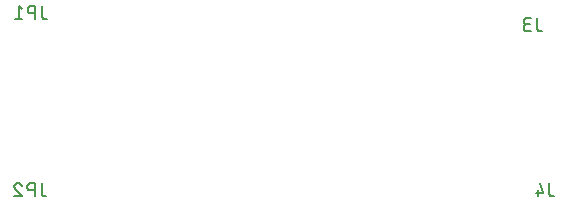
<source format=gbr>
G04 EAGLE Gerber RS-274X export*
G75*
%MOMM*%
%FSLAX34Y34*%
%LPD*%
%INSilkscreen Bottom*%
%IPPOS*%
%AMOC8*
5,1,8,0,0,1.08239X$1,22.5*%
G01*
%ADD10C,0.127000*%


D10*
X500363Y176973D02*
X500363Y168083D01*
X500365Y167983D01*
X500371Y167884D01*
X500381Y167784D01*
X500394Y167686D01*
X500412Y167587D01*
X500433Y167490D01*
X500458Y167394D01*
X500487Y167298D01*
X500520Y167204D01*
X500556Y167111D01*
X500596Y167020D01*
X500640Y166930D01*
X500687Y166842D01*
X500737Y166756D01*
X500791Y166672D01*
X500848Y166590D01*
X500908Y166511D01*
X500972Y166433D01*
X501038Y166359D01*
X501107Y166287D01*
X501179Y166218D01*
X501253Y166152D01*
X501331Y166088D01*
X501410Y166028D01*
X501492Y165971D01*
X501576Y165917D01*
X501662Y165867D01*
X501750Y165820D01*
X501840Y165776D01*
X501931Y165736D01*
X502024Y165700D01*
X502118Y165667D01*
X502214Y165638D01*
X502310Y165613D01*
X502407Y165592D01*
X502506Y165574D01*
X502604Y165561D01*
X502704Y165551D01*
X502803Y165545D01*
X502903Y165543D01*
X504173Y165543D01*
X494954Y165543D02*
X491779Y165543D01*
X491668Y165545D01*
X491558Y165551D01*
X491447Y165560D01*
X491337Y165574D01*
X491228Y165591D01*
X491119Y165612D01*
X491011Y165637D01*
X490904Y165666D01*
X490798Y165698D01*
X490693Y165734D01*
X490590Y165774D01*
X490488Y165817D01*
X490387Y165864D01*
X490288Y165915D01*
X490192Y165968D01*
X490097Y166025D01*
X490004Y166086D01*
X489913Y166149D01*
X489824Y166216D01*
X489738Y166286D01*
X489655Y166359D01*
X489573Y166434D01*
X489495Y166512D01*
X489420Y166594D01*
X489347Y166677D01*
X489277Y166763D01*
X489210Y166852D01*
X489147Y166943D01*
X489086Y167036D01*
X489029Y167131D01*
X488976Y167227D01*
X488925Y167326D01*
X488878Y167427D01*
X488835Y167529D01*
X488795Y167632D01*
X488759Y167737D01*
X488727Y167843D01*
X488698Y167950D01*
X488673Y168058D01*
X488652Y168167D01*
X488635Y168276D01*
X488621Y168386D01*
X488612Y168497D01*
X488606Y168607D01*
X488604Y168718D01*
X488606Y168829D01*
X488612Y168939D01*
X488621Y169050D01*
X488635Y169160D01*
X488652Y169269D01*
X488673Y169378D01*
X488698Y169486D01*
X488727Y169593D01*
X488759Y169699D01*
X488795Y169804D01*
X488835Y169907D01*
X488878Y170009D01*
X488925Y170110D01*
X488976Y170209D01*
X489029Y170306D01*
X489086Y170400D01*
X489147Y170493D01*
X489210Y170584D01*
X489277Y170673D01*
X489347Y170759D01*
X489420Y170842D01*
X489495Y170924D01*
X489573Y171002D01*
X489655Y171077D01*
X489738Y171150D01*
X489824Y171220D01*
X489913Y171287D01*
X490004Y171350D01*
X490097Y171411D01*
X490192Y171468D01*
X490288Y171521D01*
X490387Y171572D01*
X490488Y171619D01*
X490590Y171662D01*
X490693Y171702D01*
X490798Y171738D01*
X490904Y171770D01*
X491011Y171799D01*
X491119Y171824D01*
X491228Y171845D01*
X491337Y171862D01*
X491447Y171876D01*
X491558Y171885D01*
X491668Y171891D01*
X491779Y171893D01*
X491144Y176973D02*
X494954Y176973D01*
X491144Y176973D02*
X491044Y176971D01*
X490945Y176965D01*
X490845Y176955D01*
X490747Y176942D01*
X490648Y176924D01*
X490551Y176903D01*
X490455Y176878D01*
X490359Y176849D01*
X490265Y176816D01*
X490172Y176780D01*
X490081Y176740D01*
X489991Y176696D01*
X489903Y176649D01*
X489817Y176599D01*
X489733Y176545D01*
X489651Y176488D01*
X489572Y176428D01*
X489494Y176364D01*
X489420Y176298D01*
X489348Y176229D01*
X489279Y176157D01*
X489213Y176083D01*
X489149Y176005D01*
X489089Y175926D01*
X489032Y175844D01*
X488978Y175760D01*
X488928Y175674D01*
X488881Y175586D01*
X488837Y175496D01*
X488797Y175405D01*
X488761Y175312D01*
X488728Y175218D01*
X488699Y175122D01*
X488674Y175026D01*
X488653Y174929D01*
X488635Y174830D01*
X488622Y174732D01*
X488612Y174632D01*
X488606Y174533D01*
X488604Y174433D01*
X488606Y174333D01*
X488612Y174234D01*
X488622Y174134D01*
X488635Y174036D01*
X488653Y173937D01*
X488674Y173840D01*
X488699Y173744D01*
X488728Y173648D01*
X488761Y173554D01*
X488797Y173461D01*
X488837Y173370D01*
X488881Y173280D01*
X488928Y173192D01*
X488978Y173106D01*
X489032Y173022D01*
X489089Y172940D01*
X489149Y172861D01*
X489213Y172783D01*
X489279Y172709D01*
X489348Y172637D01*
X489420Y172568D01*
X489494Y172502D01*
X489572Y172438D01*
X489651Y172378D01*
X489733Y172321D01*
X489817Y172267D01*
X489903Y172217D01*
X489991Y172170D01*
X490081Y172126D01*
X490172Y172086D01*
X490265Y172050D01*
X490359Y172017D01*
X490455Y171988D01*
X490551Y171963D01*
X490648Y171942D01*
X490747Y171924D01*
X490845Y171911D01*
X490945Y171901D01*
X491044Y171895D01*
X491144Y171893D01*
X493684Y171893D01*
X510473Y37203D02*
X510473Y28313D01*
X510475Y28213D01*
X510481Y28114D01*
X510491Y28014D01*
X510504Y27916D01*
X510522Y27817D01*
X510543Y27720D01*
X510568Y27624D01*
X510597Y27528D01*
X510630Y27434D01*
X510666Y27341D01*
X510706Y27250D01*
X510750Y27160D01*
X510797Y27072D01*
X510847Y26986D01*
X510901Y26902D01*
X510958Y26820D01*
X511018Y26741D01*
X511082Y26663D01*
X511148Y26589D01*
X511217Y26517D01*
X511289Y26448D01*
X511363Y26382D01*
X511441Y26318D01*
X511520Y26258D01*
X511602Y26201D01*
X511686Y26147D01*
X511772Y26097D01*
X511860Y26050D01*
X511950Y26006D01*
X512041Y25966D01*
X512134Y25930D01*
X512228Y25897D01*
X512324Y25868D01*
X512420Y25843D01*
X512517Y25822D01*
X512616Y25804D01*
X512714Y25791D01*
X512814Y25781D01*
X512913Y25775D01*
X513013Y25773D01*
X514283Y25773D01*
X505064Y28313D02*
X502524Y37203D01*
X505064Y28313D02*
X498714Y28313D01*
X500619Y30853D02*
X500619Y25773D01*
X81143Y178243D02*
X81143Y187133D01*
X81143Y178243D02*
X81145Y178143D01*
X81151Y178044D01*
X81161Y177944D01*
X81174Y177846D01*
X81192Y177747D01*
X81213Y177650D01*
X81238Y177554D01*
X81267Y177458D01*
X81300Y177364D01*
X81336Y177271D01*
X81376Y177180D01*
X81420Y177090D01*
X81467Y177002D01*
X81517Y176916D01*
X81571Y176832D01*
X81628Y176750D01*
X81688Y176671D01*
X81752Y176593D01*
X81818Y176519D01*
X81887Y176447D01*
X81959Y176378D01*
X82033Y176312D01*
X82111Y176248D01*
X82190Y176188D01*
X82272Y176131D01*
X82356Y176077D01*
X82442Y176027D01*
X82530Y175980D01*
X82620Y175936D01*
X82711Y175896D01*
X82804Y175860D01*
X82898Y175827D01*
X82994Y175798D01*
X83090Y175773D01*
X83187Y175752D01*
X83286Y175734D01*
X83384Y175721D01*
X83484Y175711D01*
X83583Y175705D01*
X83683Y175703D01*
X84953Y175703D01*
X75163Y175703D02*
X75163Y187133D01*
X71988Y187133D01*
X71877Y187131D01*
X71767Y187125D01*
X71656Y187116D01*
X71546Y187102D01*
X71437Y187085D01*
X71328Y187064D01*
X71220Y187039D01*
X71113Y187010D01*
X71007Y186978D01*
X70902Y186942D01*
X70799Y186902D01*
X70697Y186859D01*
X70596Y186812D01*
X70497Y186761D01*
X70401Y186708D01*
X70306Y186651D01*
X70213Y186590D01*
X70122Y186527D01*
X70033Y186460D01*
X69947Y186390D01*
X69864Y186317D01*
X69782Y186242D01*
X69704Y186164D01*
X69629Y186082D01*
X69556Y185999D01*
X69486Y185913D01*
X69419Y185824D01*
X69356Y185733D01*
X69295Y185640D01*
X69238Y185546D01*
X69185Y185449D01*
X69134Y185350D01*
X69087Y185249D01*
X69044Y185147D01*
X69004Y185044D01*
X68968Y184939D01*
X68936Y184833D01*
X68907Y184726D01*
X68882Y184618D01*
X68861Y184509D01*
X68844Y184400D01*
X68830Y184290D01*
X68821Y184179D01*
X68815Y184069D01*
X68813Y183958D01*
X68815Y183847D01*
X68821Y183737D01*
X68830Y183626D01*
X68844Y183516D01*
X68861Y183407D01*
X68882Y183298D01*
X68907Y183190D01*
X68936Y183083D01*
X68968Y182977D01*
X69004Y182872D01*
X69044Y182769D01*
X69087Y182667D01*
X69134Y182566D01*
X69185Y182467D01*
X69238Y182371D01*
X69295Y182276D01*
X69356Y182183D01*
X69419Y182092D01*
X69486Y182003D01*
X69556Y181917D01*
X69629Y181834D01*
X69704Y181752D01*
X69782Y181674D01*
X69864Y181599D01*
X69947Y181526D01*
X70033Y181456D01*
X70122Y181389D01*
X70213Y181326D01*
X70306Y181265D01*
X70401Y181208D01*
X70497Y181155D01*
X70596Y181104D01*
X70697Y181057D01*
X70799Y181014D01*
X70902Y180974D01*
X71007Y180938D01*
X71113Y180906D01*
X71220Y180877D01*
X71328Y180852D01*
X71437Y180831D01*
X71546Y180814D01*
X71656Y180800D01*
X71767Y180791D01*
X71877Y180785D01*
X71988Y180783D01*
X75163Y180783D01*
X64304Y184593D02*
X61129Y187133D01*
X61129Y175703D01*
X64304Y175703D02*
X57954Y175703D01*
X80603Y37183D02*
X80603Y28293D01*
X80605Y28193D01*
X80611Y28094D01*
X80621Y27994D01*
X80634Y27896D01*
X80652Y27797D01*
X80673Y27700D01*
X80698Y27604D01*
X80727Y27508D01*
X80760Y27414D01*
X80796Y27321D01*
X80836Y27230D01*
X80880Y27140D01*
X80927Y27052D01*
X80977Y26966D01*
X81031Y26882D01*
X81088Y26800D01*
X81148Y26721D01*
X81212Y26643D01*
X81278Y26569D01*
X81347Y26497D01*
X81419Y26428D01*
X81493Y26362D01*
X81571Y26298D01*
X81650Y26238D01*
X81732Y26181D01*
X81816Y26127D01*
X81902Y26077D01*
X81990Y26030D01*
X82080Y25986D01*
X82171Y25946D01*
X82264Y25910D01*
X82358Y25877D01*
X82454Y25848D01*
X82550Y25823D01*
X82647Y25802D01*
X82746Y25784D01*
X82844Y25771D01*
X82944Y25761D01*
X83043Y25755D01*
X83143Y25753D01*
X84413Y25753D01*
X74623Y25753D02*
X74623Y37183D01*
X71448Y37183D01*
X71337Y37181D01*
X71227Y37175D01*
X71116Y37166D01*
X71006Y37152D01*
X70897Y37135D01*
X70788Y37114D01*
X70680Y37089D01*
X70573Y37060D01*
X70467Y37028D01*
X70362Y36992D01*
X70259Y36952D01*
X70157Y36909D01*
X70056Y36862D01*
X69957Y36811D01*
X69861Y36758D01*
X69766Y36701D01*
X69673Y36640D01*
X69582Y36577D01*
X69493Y36510D01*
X69407Y36440D01*
X69324Y36367D01*
X69242Y36292D01*
X69164Y36214D01*
X69089Y36132D01*
X69016Y36049D01*
X68946Y35963D01*
X68879Y35874D01*
X68816Y35783D01*
X68755Y35690D01*
X68698Y35595D01*
X68645Y35499D01*
X68594Y35400D01*
X68547Y35299D01*
X68504Y35197D01*
X68464Y35094D01*
X68428Y34989D01*
X68396Y34883D01*
X68367Y34776D01*
X68342Y34668D01*
X68321Y34559D01*
X68304Y34450D01*
X68290Y34340D01*
X68281Y34229D01*
X68275Y34119D01*
X68273Y34008D01*
X68275Y33897D01*
X68281Y33787D01*
X68290Y33676D01*
X68304Y33566D01*
X68321Y33457D01*
X68342Y33348D01*
X68367Y33240D01*
X68396Y33133D01*
X68428Y33027D01*
X68464Y32922D01*
X68504Y32819D01*
X68547Y32717D01*
X68594Y32616D01*
X68645Y32517D01*
X68698Y32420D01*
X68755Y32326D01*
X68816Y32233D01*
X68879Y32142D01*
X68946Y32053D01*
X69016Y31967D01*
X69089Y31884D01*
X69164Y31802D01*
X69242Y31724D01*
X69324Y31649D01*
X69407Y31576D01*
X69493Y31506D01*
X69582Y31439D01*
X69673Y31376D01*
X69766Y31315D01*
X69861Y31258D01*
X69957Y31205D01*
X70056Y31154D01*
X70157Y31107D01*
X70259Y31064D01*
X70362Y31024D01*
X70467Y30988D01*
X70573Y30956D01*
X70680Y30927D01*
X70788Y30902D01*
X70897Y30881D01*
X71006Y30864D01*
X71116Y30850D01*
X71227Y30841D01*
X71337Y30835D01*
X71448Y30833D01*
X74623Y30833D01*
X60272Y37184D02*
X60168Y37182D01*
X60063Y37176D01*
X59959Y37167D01*
X59856Y37154D01*
X59753Y37136D01*
X59651Y37116D01*
X59549Y37091D01*
X59449Y37063D01*
X59349Y37031D01*
X59251Y36995D01*
X59154Y36956D01*
X59059Y36914D01*
X58965Y36868D01*
X58873Y36818D01*
X58783Y36766D01*
X58695Y36710D01*
X58609Y36650D01*
X58525Y36588D01*
X58444Y36523D01*
X58365Y36455D01*
X58288Y36383D01*
X58215Y36310D01*
X58143Y36233D01*
X58075Y36154D01*
X58010Y36073D01*
X57948Y35989D01*
X57888Y35903D01*
X57832Y35815D01*
X57780Y35725D01*
X57730Y35633D01*
X57684Y35539D01*
X57642Y35444D01*
X57603Y35347D01*
X57567Y35249D01*
X57535Y35149D01*
X57507Y35049D01*
X57482Y34947D01*
X57462Y34845D01*
X57444Y34742D01*
X57431Y34639D01*
X57422Y34535D01*
X57416Y34430D01*
X57414Y34326D01*
X60272Y37183D02*
X60390Y37181D01*
X60509Y37175D01*
X60627Y37166D01*
X60744Y37153D01*
X60861Y37135D01*
X60978Y37115D01*
X61094Y37090D01*
X61209Y37062D01*
X61322Y37029D01*
X61435Y36994D01*
X61547Y36954D01*
X61657Y36912D01*
X61766Y36865D01*
X61874Y36815D01*
X61979Y36762D01*
X62083Y36705D01*
X62185Y36645D01*
X62285Y36582D01*
X62383Y36515D01*
X62479Y36446D01*
X62572Y36373D01*
X62663Y36297D01*
X62752Y36219D01*
X62838Y36137D01*
X62921Y36053D01*
X63002Y35967D01*
X63079Y35877D01*
X63154Y35786D01*
X63226Y35692D01*
X63295Y35595D01*
X63360Y35497D01*
X63423Y35396D01*
X63482Y35293D01*
X63538Y35189D01*
X63590Y35083D01*
X63639Y34975D01*
X63684Y34866D01*
X63726Y34755D01*
X63764Y34643D01*
X58366Y32104D02*
X58290Y32179D01*
X58215Y32258D01*
X58144Y32339D01*
X58075Y32423D01*
X58010Y32509D01*
X57948Y32597D01*
X57888Y32687D01*
X57832Y32779D01*
X57779Y32874D01*
X57730Y32970D01*
X57684Y33068D01*
X57641Y33167D01*
X57602Y33268D01*
X57567Y33370D01*
X57535Y33473D01*
X57507Y33577D01*
X57482Y33682D01*
X57461Y33789D01*
X57444Y33895D01*
X57431Y34002D01*
X57422Y34110D01*
X57416Y34218D01*
X57414Y34326D01*
X58367Y32103D02*
X63764Y25753D01*
X57414Y25753D01*
M02*

</source>
